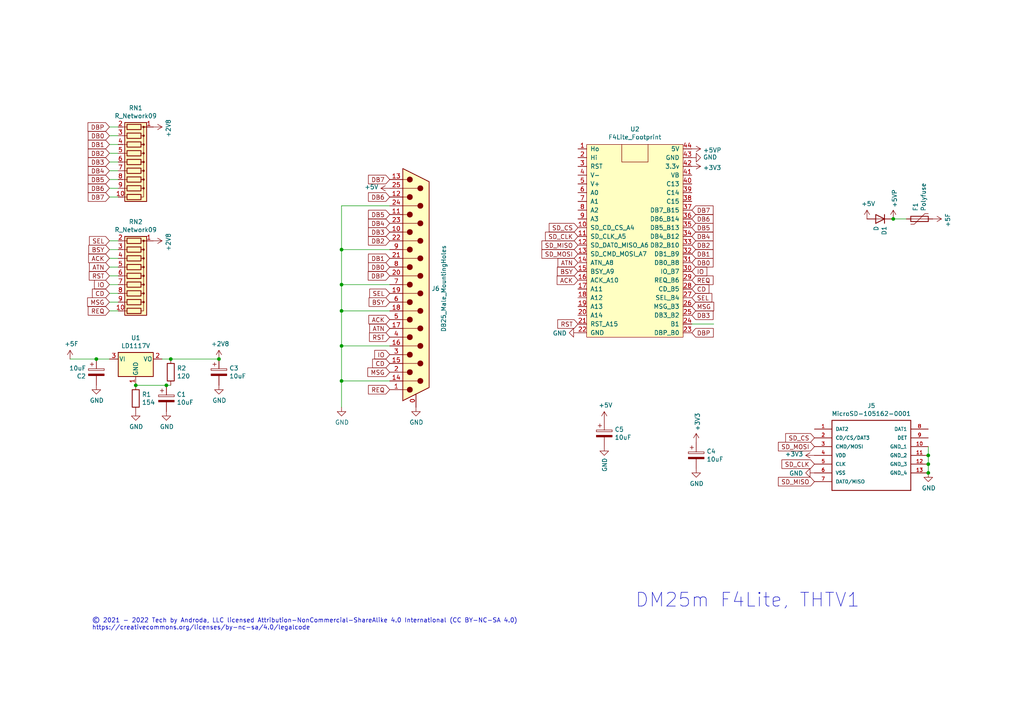
<source format=kicad_sch>
(kicad_sch (version 20211123) (generator eeschema)
  (paper "A4")
  (lib_symbols
    (symbol "Connector:DB25_Male_MountingHoles" (pin_names (offset 1.016) hide)
      (property "Reference" "J" (at 0 36.83 0))
      (property "Value" "DB25_Male_MountingHoles" (at 0 34.925 0))
      (symbol "DB25_Male_MountingHoles_0_1"
        (circle (center -1.778 -30.48) (radius 0.762) (fill (type outline)))
        (circle (center -1.778 -25.4) (radius 0.762) (fill (type outline)))
        (circle (center -1.778 -20.32) (radius 0.762) (fill (type outline)))
        (circle (center -1.778 -15.24) (radius 0.762) (fill (type outline)))
        (circle (center -1.778 -10.16) (radius 0.762) (fill (type outline)))
        (circle (center -1.778 -5.08) (radius 0.762) (fill (type outline)))
        (circle (center -1.778 0) (radius 0.762) (fill (type outline)))
        (circle (center -1.778 5.08) (radius 0.762) (fill (type outline)))
        (circle (center -1.778 10.16) (radius 0.762) (fill (type outline)))
        (circle (center -1.778 15.24) (radius 0.762) (fill (type outline)))
        (circle (center -1.778 20.32) (radius 0.762) (fill (type outline)))
        (circle (center -1.778 25.4) (radius 0.762) (fill (type outline)))
        (circle (center -1.778 30.48) (radius 0.762) (fill (type outline)))
        (polyline (pts (xy -3.81 -30.48) (xy -2.54 -30.48)))
        (polyline (pts (xy -3.81 -27.94) (xy 0.508 -27.94)))
        (polyline (pts (xy -3.81 -25.4) (xy -2.54 -25.4)))
        (polyline (pts (xy -3.81 -22.86) (xy 0.508 -22.86)))
        (polyline (pts (xy -3.81 -20.32) (xy -2.54 -20.32)))
        (polyline (pts (xy -3.81 -17.78) (xy 0.508 -17.78)))
        (polyline (pts (xy -3.81 -15.24) (xy -2.54 -15.24)))
        (polyline (pts (xy -3.81 -12.7) (xy 0.508 -12.7)))
        (polyline (pts (xy -3.81 -10.16) (xy -2.54 -10.16)))
        (polyline (pts (xy -3.81 -7.62) (xy 0.508 -7.62)))
        (polyline (pts (xy -3.81 -5.08) (xy -2.54 -5.08)))
        (polyline (pts (xy -3.81 -2.54) (xy 0.508 -2.54)))
        (polyline (pts (xy -3.81 0) (xy -2.54 0)))
        (polyline (pts (xy -3.81 2.54) (xy 0.508 2.54)))
        (polyline (pts (xy -3.81 5.08) (xy -2.54 5.08)))
        (polyline (pts (xy -3.81 7.62) (xy 0.508 7.62)))
        (polyline (pts (xy -3.81 10.16) (xy -2.54 10.16)))
        (polyline (pts (xy -3.81 12.7) (xy 0.508 12.7)))
        (polyline (pts (xy -3.81 15.24) (xy -2.54 15.24)))
        (polyline (pts (xy -3.81 17.78) (xy 0.508 17.78)))
        (polyline (pts (xy -3.81 20.32) (xy -2.54 20.32)))
        (polyline (pts (xy -3.81 22.86) (xy 0.508 22.86)))
        (polyline (pts (xy -3.81 25.4) (xy -2.54 25.4)))
        (polyline (pts (xy -3.81 27.94) (xy 0.508 27.94)))
        (polyline (pts (xy -3.81 30.48) (xy -2.54 30.48)))
        (polyline (pts (xy -3.81 -33.655) (xy 3.81 -29.845) (xy 3.81 29.845) (xy -3.81 33.655) (xy -3.81 -33.655)) (stroke (width 0.254)) (fill (type background)))
        (circle (center 1.27 -27.94) (radius 0.762) (fill (type outline)))
        (circle (center 1.27 -22.86) (radius 0.762) (fill (type outline)))
        (circle (center 1.27 -17.78) (radius 0.762) (fill (type outline)))
        (circle (center 1.27 -12.7) (radius 0.762) (fill (type outline)))
        (circle (center 1.27 -7.62) (radius 0.762) (fill (type outline)))
        (circle (center 1.27 -2.54) (radius 0.762) (fill (type outline)))
        (circle (center 1.27 2.54) (radius 0.762) (fill (type outline)))
        (circle (center 1.27 7.62) (radius 0.762) (fill (type outline)))
        (circle (center 1.27 12.7) (radius 0.762) (fill (type outline)))
        (circle (center 1.27 17.78) (radius 0.762) (fill (type outline)))
        (circle (center 1.27 22.86) (radius 0.762) (fill (type outline)))
        (circle (center 1.27 27.94) (radius 0.762) (fill (type outline)))
      )
      (symbol "DB25_Male_MountingHoles_1_1"
        (pin passive line (at 0 -35.56 90) (length 3.81) (name "PAD") (number "0"))
        (pin passive line (at -7.62 -30.48 0) (length 3.81) (name "1") (number "1"))
        (pin passive line (at -7.62 15.24 0) (length 3.81) (name "10") (number "10"))
        (pin passive line (at -7.62 20.32 0) (length 3.81) (name "11") (number "11"))
        (pin passive line (at -7.62 25.4 0) (length 3.81) (name "12") (number "12"))
        (pin passive line (at -7.62 30.48 0) (length 3.81) (name "13") (number "13"))
        (pin passive line (at -7.62 -27.94 0) (length 3.81) (name "P14") (number "14"))
        (pin passive line (at -7.62 -22.86 0) (length 3.81) (name "P15") (number "15"))
        (pin passive line (at -7.62 -17.78 0) (length 3.81) (name "P16") (number "16"))
        (pin passive line (at -7.62 -12.7 0) (length 3.81) (name "P17") (number "17"))
        (pin passive line (at -7.62 -7.62 0) (length 3.81) (name "P18") (number "18"))
        (pin passive line (at -7.62 -2.54 0) (length 3.81) (name "P19") (number "19"))
        (pin passive line (at -7.62 -25.4 0) (length 3.81) (name "2") (number "2"))
        (pin passive line (at -7.62 2.54 0) (length 3.81) (name "P20") (number "20"))
        (pin passive line (at -7.62 7.62 0) (length 3.81) (name "P21") (number "21"))
        (pin passive line (at -7.62 12.7 0) (length 3.81) (name "P22") (number "22"))
        (pin passive line (at -7.62 17.78 0) (length 3.81) (name "P23") (number "23"))
        (pin passive line (at -7.62 22.86 0) (length 3.81) (name "P24") (number "24"))
        (pin passive line (at -7.62 27.94 0) (length 3.81) (name "P25") (number "25"))
        (pin passive line (at -7.62 -20.32 0) (length 3.81) (name "3") (number "3"))
        (pin passive line (at -7.62 -15.24 0) (length 3.81) (name "4") (number "4"))
        (pin passive line (at -7.62 -10.16 0) (length 3.81) (name "5") (number "5"))
        (pin passive line (at -7.62 -5.08 0) (length 3.81) (name "6") (number "6"))
        (pin passive line (at -7.62 0 0) (length 3.81) (name "7") (number "7"))
        (pin passive line (at -7.62 5.08 0) (length 3.81) (name "8") (number "8"))
        (pin passive line (at -7.62 10.16 0) (length 3.81) (name "9") (number "9"))
      )
    )
    (symbol "Device:CP" (pin_numbers hide) (pin_names (offset 0.254))
      (property "Reference" "C" (at 0.635 2.54 0))
      (property "Value" "Device_CP" (at 0.635 -2.54 0))
      (symbol "CP_0_1"
        (rectangle (start -2.286 0.508) (end 2.286 1.016))
        (polyline (pts (xy -1.778 2.286) (xy -0.762 2.286)))
        (polyline (pts (xy -1.27 2.794) (xy -1.27 1.778)))
        (rectangle (start 2.286 -0.508) (end -2.286 -1.016) (fill (type outline)))
      )
      (symbol "CP_1_1"
        (pin passive line (at 0 3.81 270) (length 2.794) (name "~") (number "1"))
        (pin passive line (at 0 -3.81 90) (length 2.794) (name "~") (number "2"))
      )
    )
    (symbol "Device:D" (pin_numbers hide) (pin_names (offset 1.016) hide)
      (property "Reference" "D" (at 0 2.54 0))
      (property "Value" "D" (at 0 -2.54 0))
      (symbol "D_0_1"
        (polyline (pts (xy -1.27 1.27) (xy -1.27 -1.27)) (stroke (width 0.254)))
        (polyline (pts (xy 1.27 0) (xy -1.27 0)))
        (polyline (pts (xy 1.27 1.27) (xy 1.27 -1.27) (xy -1.27 0) (xy 1.27 1.27)) (stroke (width 0.254)))
      )
      (symbol "D_1_1"
        (pin passive line (at -3.81 0 0) (length 2.54) (name "K") (number "1"))
        (pin passive line (at 3.81 0 180) (length 2.54) (name "A") (number "2"))
      )
    )
    (symbol "Device:Polyfuse" (pin_numbers hide) (pin_names (offset 0))
      (property "Reference" "F" (at -2.54 0 90))
      (property "Value" "Polyfuse" (at 2.54 0 90))
      (symbol "Polyfuse_0_1"
        (rectangle (start -0.762 2.54) (end 0.762 -2.54) (stroke (width 0.254)))
        (polyline (pts (xy 0 2.54) (xy 0 -2.54)))
        (polyline (pts (xy -1.524 2.54) (xy -1.524 1.524) (xy 1.524 -1.524) (xy 1.524 -2.54)))
      )
      (symbol "Polyfuse_1_1"
        (pin passive line (at 0 3.81 270) (length 1.27) (name "~") (number "1"))
        (pin passive line (at 0 -3.81 90) (length 1.27) (name "~") (number "2"))
      )
    )
    (symbol "Device:R" (pin_numbers hide) (pin_names (offset 0))
      (property "Reference" "R" (at 2.032 0 90))
      (property "Value" "R" (at 0 0 90))
      (symbol "R_0_1"
        (rectangle (start -1.016 -2.54) (end 1.016 2.54) (stroke (width 0.254)))
      )
      (symbol "R_1_1"
        (pin passive line (at 0 3.81 270) (length 1.27) (name "~") (number "1"))
        (pin passive line (at 0 -3.81 90) (length 1.27) (name "~") (number "2"))
      )
    )
    (symbol "Device:R_Network09" (pin_names (offset 0) hide)
      (property "Reference" "RN" (at -12.7 0 90))
      (property "Value" "R_Network09" (at 12.7 0 90))
      (symbol "R_Network09_0_1"
        (rectangle (start -11.43 -3.175) (end 11.43 3.175) (stroke (width 0.254)) (fill (type background)))
        (rectangle (start -10.922 1.524) (end -9.398 -2.54) (stroke (width 0.254)))
        (circle (center -10.16 2.286) (radius 0.254) (fill (type outline)))
        (rectangle (start -8.382 1.524) (end -6.858 -2.54) (stroke (width 0.254)))
        (circle (center -7.62 2.286) (radius 0.254) (fill (type outline)))
        (rectangle (start -5.842 1.524) (end -4.318 -2.54) (stroke (width 0.254)))
        (circle (center -5.08 2.286) (radius 0.254) (fill (type outline)))
        (rectangle (start -3.302 1.524) (end -1.778 -2.54) (stroke (width 0.254)))
        (circle (center -2.54 2.286) (radius 0.254) (fill (type outline)))
        (rectangle (start -0.762 1.524) (end 0.762 -2.54) (stroke (width 0.254)))
        (polyline (pts (xy -10.16 -2.54) (xy -10.16 -3.81)))
        (polyline (pts (xy -7.62 -2.54) (xy -7.62 -3.81)))
        (polyline (pts (xy -5.08 -2.54) (xy -5.08 -3.81)))
        (polyline (pts (xy -2.54 -2.54) (xy -2.54 -3.81)))
        (polyline (pts (xy 0 -2.54) (xy 0 -3.81)))
        (polyline (pts (xy 2.54 -2.54) (xy 2.54 -3.81)))
        (polyline (pts (xy 5.08 -2.54) (xy 5.08 -3.81)))
        (polyline (pts (xy 7.62 -2.54) (xy 7.62 -3.81)))
        (polyline (pts (xy 10.16 -2.54) (xy 10.16 -3.81)))
        (polyline (pts (xy -10.16 1.524) (xy -10.16 2.286) (xy -7.62 2.286) (xy -7.62 1.524)))
        (polyline (pts (xy -7.62 1.524) (xy -7.62 2.286) (xy -5.08 2.286) (xy -5.08 1.524)))
        (polyline (pts (xy -5.08 1.524) (xy -5.08 2.286) (xy -2.54 2.286) (xy -2.54 1.524)))
        (polyline (pts (xy -2.54 1.524) (xy -2.54 2.286) (xy 0 2.286) (xy 0 1.524)))
        (polyline (pts (xy 0 1.524) (xy 0 2.286) (xy 2.54 2.286) (xy 2.54 1.524)))
        (polyline (pts (xy 2.54 1.524) (xy 2.54 2.286) (xy 5.08 2.286) (xy 5.08 1.524)))
        (polyline (pts (xy 5.08 1.524) (xy 5.08 2.286) (xy 7.62 2.286) (xy 7.62 1.524)))
        (polyline (pts (xy 7.62 1.524) (xy 7.62 2.286) (xy 10.16 2.286) (xy 10.16 1.524)))
        (circle (center 0 2.286) (radius 0.254) (fill (type outline)))
        (rectangle (start 1.778 1.524) (end 3.302 -2.54) (stroke (width 0.254)))
        (circle (center 2.54 2.286) (radius 0.254) (fill (type outline)))
        (rectangle (start 4.318 1.524) (end 5.842 -2.54) (stroke (width 0.254)))
        (circle (center 5.08 2.286) (radius 0.254) (fill (type outline)))
        (rectangle (start 6.858 1.524) (end 8.382 -2.54) (stroke (width 0.254)))
        (circle (center 7.62 2.286) (radius 0.254) (fill (type outline)))
        (rectangle (start 9.398 1.524) (end 10.922 -2.54) (stroke (width 0.254)))
      )
      (symbol "R_Network09_1_1"
        (pin passive line (at -10.16 5.08 270) (length 2.54) (name "common") (number "1"))
        (pin passive line (at 10.16 -5.08 90) (length 1.27) (name "R9") (number "10"))
        (pin passive line (at -10.16 -5.08 90) (length 1.27) (name "R1") (number "2"))
        (pin passive line (at -7.62 -5.08 90) (length 1.27) (name "R2") (number "3"))
        (pin passive line (at -5.08 -5.08 90) (length 1.27) (name "R3") (number "4"))
        (pin passive line (at -2.54 -5.08 90) (length 1.27) (name "R4") (number "5"))
        (pin passive line (at 0 -5.08 90) (length 1.27) (name "R5") (number "6"))
        (pin passive line (at 2.54 -5.08 90) (length 1.27) (name "R6") (number "7"))
        (pin passive line (at 5.08 -5.08 90) (length 1.27) (name "R7") (number "8"))
        (pin passive line (at 7.62 -5.08 90) (length 1.27) (name "R8") (number "9"))
      )
    )
    (symbol "Regulator_Linear:LD1117VCD-2.85" (pin_names (offset 0.254))
      (property "Reference" "U" (at -3.81 3.175 0))
      (property "Value" "LD1117VCD-2.85" (at 0 3.175 0))
      (symbol "LD1117VCD-2.85_0_1"
        (rectangle (start -5.08 -5.08) (end 5.08 1.905) (stroke (width 0.254)) (fill (type background)))
      )
      (symbol "LD1117VCD-2.85_1_1"
        (pin power_in line (at 0 -7.62 90) (length 2.54) (name "GND") (number "1"))
        (pin power_out line (at 7.62 0 180) (length 2.54) (name "VO") (number "2"))
        (pin power_in line (at -7.62 0 0) (length 2.54) (name "VI") (number "3"))
      )
    )
    (symbol "custom_symbols:+5V_TPWR" (power) (pin_names (offset 0))
      (property "Value" "custom_symbols_+5V_TPWR" (at 0 3.556 0))
      (symbol "+5V_TPWR_0_1"
        (polyline (pts (xy -0.762 1.27) (xy 0 2.54)))
        (polyline (pts (xy 0 0) (xy 0 2.54)))
        (polyline (pts (xy 0 2.54) (xy 0.762 1.27)))
      )
      (symbol "+5V_TPWR_1_1"
        (pin power_in line (at 0 0 90) (length 0) hide (name "+5V") (number "1"))
      )
    )
    (symbol "custom_symbols:F4Lite_Footprint" (pin_names (offset 1.016))
      (property "Reference" "U" (at 0 0 0))
      (property "Value" "custom_symbols_F4Lite_Footprint" (at 0 2.54 0))
      (symbol "F4Lite_Footprint_0_1"
        (rectangle (start -13.97 -3.81) (end 13.97 -59.69) (fill (type background)))
        (polyline (pts (xy -3.81 -3.81) (xy -3.81 -8.89) (xy 3.81 -8.89) (xy 3.81 -3.81)))
      )
      (symbol "F4Lite_Footprint_1_1"
        (pin input line (at -16.51 -5.08 0) (length 2.54) (name "Ho") (number "1"))
        (pin input line (at -16.51 -27.94 0) (length 2.54) (name "SD_CD_CS_A4") (number "10"))
        (pin input line (at -16.51 -30.48 0) (length 2.54) (name "SD_CLK_A5") (number "11"))
        (pin input line (at -16.51 -33.02 0) (length 2.54) (name "SD_DAT0_MISO_A6") (number "12"))
        (pin input line (at -16.51 -35.56 0) (length 2.54) (name "SD_CMD_MOSI_A7") (number "13"))
        (pin input line (at -16.51 -38.1 0) (length 2.54) (name "ATN_A8") (number "14"))
        (pin input line (at -16.51 -40.64 0) (length 2.54) (name "BSY_A9") (number "15"))
        (pin input line (at -16.51 -43.18 0) (length 2.54) (name "ACK_A10") (number "16"))
        (pin input line (at -16.51 -45.72 0) (length 2.54) (name "A11") (number "17"))
        (pin input line (at -16.51 -48.26 0) (length 2.54) (name "A12") (number "18"))
        (pin input line (at -16.51 -50.8 0) (length 2.54) (name "A13") (number "19"))
        (pin input line (at -16.51 -7.62 0) (length 2.54) (name "Hi") (number "2"))
        (pin input line (at -16.51 -53.34 0) (length 2.54) (name "A14") (number "20"))
        (pin input line (at -16.51 -55.88 0) (length 2.54) (name "RST_A15") (number "21"))
        (pin input line (at -16.51 -58.42 0) (length 2.54) (name "GND") (number "22"))
        (pin input line (at 16.51 -58.42 180) (length 2.54) (name "DBP_B0") (number "23"))
        (pin input line (at 16.51 -55.88 180) (length 2.54) (name "B1") (number "24"))
        (pin input line (at 16.51 -53.34 180) (length 2.54) (name "DB3_B2") (number "25"))
        (pin input line (at 16.51 -50.8 180) (length 2.54) (name "MSG_B3") (number "26"))
        (pin input line (at 16.51 -48.26 180) (length 2.54) (name "SEL_B4") (number "27"))
        (pin input line (at 16.51 -45.72 180) (length 2.54) (name "CD_B5") (number "28"))
        (pin input line (at 16.51 -43.18 180) (length 2.54) (name "REQ_B6") (number "29"))
        (pin input line (at -16.51 -10.16 0) (length 2.54) (name "RST") (number "3"))
        (pin input line (at 16.51 -40.64 180) (length 2.54) (name "IO_B7") (number "30"))
        (pin input line (at 16.51 -38.1 180) (length 2.54) (name "DB0_B8") (number "31"))
        (pin input line (at 16.51 -35.56 180) (length 2.54) (name "DB1_B9") (number "32"))
        (pin input line (at 16.51 -33.02 180) (length 2.54) (name "DB2_B10") (number "33"))
        (pin input line (at 16.51 -30.48 180) (length 2.54) (name "DB4_B12") (number "34"))
        (pin input line (at 16.51 -27.94 180) (length 2.54) (name "DB5_B13") (number "35"))
        (pin input line (at 16.51 -25.4 180) (length 2.54) (name "DB6_B14") (number "36"))
        (pin input line (at 16.51 -22.86 180) (length 2.54) (name "DB7_B15") (number "37"))
        (pin input line (at 16.51 -20.32 180) (length 2.54) (name "C15") (number "38"))
        (pin input line (at 16.51 -17.78 180) (length 2.54) (name "C14") (number "39"))
        (pin input line (at -16.51 -12.7 0) (length 2.54) (name "V-") (number "4"))
        (pin input line (at 16.51 -15.24 180) (length 2.54) (name "C13") (number "40"))
        (pin input line (at 16.51 -12.7 180) (length 2.54) (name "VB") (number "41"))
        (pin input line (at 16.51 -10.16 180) (length 2.54) (name "3.3v") (number "42"))
        (pin input line (at 16.51 -7.62 180) (length 2.54) (name "GND") (number "43"))
        (pin input line (at 16.51 -5.08 180) (length 2.54) (name "5V") (number "44"))
        (pin input line (at -16.51 -15.24 0) (length 2.54) (name "V+") (number "5"))
        (pin input line (at -16.51 -17.78 0) (length 2.54) (name "A0") (number "6"))
        (pin input line (at -16.51 -20.32 0) (length 2.54) (name "A1") (number "7"))
        (pin input line (at -16.51 -22.86 0) (length 2.54) (name "A2") (number "8"))
        (pin input line (at -16.51 -25.4 0) (length 2.54) (name "A3") (number "9"))
      )
    )
    (symbol "custom_symbols:MicroSD-105162-0001" (pin_names (offset 1.016))
      (property "Reference" "J" (at 29.21 7.62 0))
      (property "Value" "custom_symbols_MicroSD-105162-0001" (at 29.21 5.08 0))
      (symbol "MicroSD-105162-0001_0_0"
        (polyline (pts (xy 5.08 2.54) (xy 5.08 -17.78)) (stroke (width 0.254)))
        (polyline (pts (xy 5.08 2.54) (xy 27.94 2.54)) (stroke (width 0.254)))
        (polyline (pts (xy 27.94 -17.78) (xy 5.08 -17.78)) (stroke (width 0.254)))
        (polyline (pts (xy 27.94 -17.78) (xy 27.94 2.54)) (stroke (width 0.254)))
        (pin bidirectional line (at 0 0 0) (length 5.08) (name "DAT2") (number "1"))
        (pin bidirectional line (at 33.02 -5.08 180) (length 5.08) (name "GND_1") (number "10"))
        (pin bidirectional line (at 33.02 -7.62 180) (length 5.08) (name "GND_2") (number "11"))
        (pin bidirectional line (at 33.02 -10.16 180) (length 5.08) (name "GND_3") (number "12"))
        (pin bidirectional line (at 33.02 -12.7 180) (length 5.08) (name "GND_4") (number "13"))
        (pin bidirectional line (at 0 -2.54 0) (length 5.08) (name "CD/CS/DAT3") (number "2"))
        (pin bidirectional line (at 0 -5.08 0) (length 5.08) (name "CMD/MOSI") (number "3"))
        (pin bidirectional line (at 0 -7.62 0) (length 5.08) (name "VDD") (number "4"))
        (pin bidirectional line (at 0 -10.16 0) (length 5.08) (name "CLK") (number "5"))
        (pin bidirectional line (at 0 -12.7 0) (length 5.08) (name "VSS") (number "6"))
        (pin bidirectional line (at 0 -15.24 0) (length 5.08) (name "DAT0/MISO") (number "7"))
        (pin bidirectional line (at 33.02 0 180) (length 5.08) (name "DAT1") (number "8"))
        (pin bidirectional line (at 33.02 -2.54 180) (length 5.08) (name "DET") (number "9"))
      )
    )
    (symbol "power:+2V8" (power) (pin_names (offset 0))
      (property "Value" "+2V8" (at 0 3.556 0))
      (symbol "+2V8_0_1"
        (polyline (pts (xy -0.762 1.27) (xy 0 2.54)))
        (polyline (pts (xy 0 0) (xy 0 2.54)))
        (polyline (pts (xy 0 2.54) (xy 0.762 1.27)))
      )
      (symbol "+2V8_1_1"
        (pin power_in line (at 0 0 90) (length 0) hide (name "+2V8") (number "1"))
      )
    )
    (symbol "power:+3V3" (power) (pin_names (offset 0))
      (property "Value" "+3V3" (at 0 3.556 0))
      (symbol "+3V3_0_1"
        (polyline (pts (xy -0.762 1.27) (xy 0 2.54)))
        (polyline (pts (xy 0 0) (xy 0 2.54)))
        (polyline (pts (xy 0 2.54) (xy 0.762 1.27)))
      )
      (symbol "+3V3_1_1"
        (pin power_in line (at 0 0 90) (length 0) hide (name "+3V3") (number "1"))
      )
    )
    (symbol "power:+5F" (power) (pin_names (offset 0))
      (property "Value" "+5F" (at 0 3.556 0))
      (symbol "+5F_0_1"
        (polyline (pts (xy -0.762 1.27) (xy 0 2.54)))
        (polyline (pts (xy 0 0) (xy 0 2.54)))
        (polyline (pts (xy 0 2.54) (xy 0.762 1.27)))
      )
      (symbol "+5F_1_1"
        (pin power_in line (at 0 0 90) (length 0) hide (name "+5F") (number "1"))
      )
    )
    (symbol "power:+5VP" (power) (pin_names (offset 0))
      (property "Value" "+5VP" (at 0 3.556 0))
      (symbol "+5VP_0_1"
        (polyline (pts (xy -0.762 1.27) (xy 0 2.54)))
        (polyline (pts (xy 0 0) (xy 0 2.54)))
        (polyline (pts (xy 0 2.54) (xy 0.762 1.27)))
      )
      (symbol "+5VP_1_1"
        (pin power_in line (at 0 0 90) (length 0) hide (name "+5VP") (number "1"))
      )
    )
    (symbol "power:GND" (power) (pin_names (offset 0))
      (property "Value" "GND" (at 0 -3.81 0))
      (symbol "GND_0_1"
        (polyline (pts (xy 0 0) (xy 0 -1.27) (xy 1.27 -1.27) (xy 0 -2.54) (xy -1.27 -1.27) (xy 0 -1.27)))
      )
      (symbol "GND_1_1"
        (pin power_in line (at 0 0 270) (length 0) hide (name "GND") (number "1"))
      )
    )
  )
  (junction (at 269.24 137.16))
  (junction (at 99.06 100.33))
  (junction (at 63.5 104.14))
  (junction (at 269.24 132.08))
  (junction (at 269.24 134.62))
  (junction (at 49.53 104.14))
  (junction (at 99.06 72.39))
  (junction (at 99.06 82.55))
  (junction (at 39.37 111.76))
  (junction (at 27.94 104.14))
  (junction (at 259.08 63.5))
  (junction (at 99.06 110.49))
  (junction (at 48.26 111.76))
  (junction (at 99.06 90.17))
  (wire (pts (xy 34.29 41.91) (xy 31.75 41.91)))
  (wire (pts (xy 34.29 44.45) (xy 31.75 44.45)))
  (wire (pts (xy 99.06 110.49) (xy 99.06 118.11)))
  (wire (pts (xy 46.99 104.14) (xy 49.53 104.14)))
  (wire (pts (xy 34.29 36.83) (xy 31.75 36.83)))
  (wire (pts (xy 34.29 57.15) (xy 31.75 57.15)))
  (wire (pts (xy 34.29 39.37) (xy 31.75 39.37)))
  (wire (pts (xy 31.75 87.63) (xy 34.29 87.63)))
  (wire (pts (xy 34.29 52.07) (xy 31.75 52.07)))
  (wire (pts (xy 200.66 93.98) (xy 207.01 93.98)))
  (wire (pts (xy 99.06 100.33) (xy 99.06 110.49)))
  (wire (pts (xy 113.03 110.49) (xy 99.06 110.49)))
  (wire (pts (xy 269.24 132.08) (xy 269.24 134.62)))
  (wire (pts (xy 34.29 54.61) (xy 31.75 54.61)))
  (wire (pts (xy 99.06 59.69) (xy 99.06 72.39)))
  (wire (pts (xy 27.94 104.14) (xy 20.32 104.14)))
  (wire (pts (xy 31.75 90.17) (xy 34.29 90.17)))
  (wire (pts (xy 113.03 72.39) (xy 99.06 72.39)))
  (wire (pts (xy 269.24 129.54) (xy 269.24 132.08)))
  (wire (pts (xy 31.75 104.14) (xy 27.94 104.14)))
  (wire (pts (xy 49.53 104.14) (xy 63.5 104.14)))
  (wire (pts (xy 269.24 134.62) (xy 269.24 137.16)))
  (wire (pts (xy 113.03 100.33) (xy 99.06 100.33)))
  (wire (pts (xy 34.29 46.99) (xy 31.75 46.99)))
  (wire (pts (xy 49.53 111.76) (xy 48.26 111.76)))
  (wire (pts (xy 31.75 85.09) (xy 34.29 85.09)))
  (wire (pts (xy 31.75 82.55) (xy 34.29 82.55)))
  (wire (pts (xy 99.06 90.17) (xy 99.06 100.33)))
  (wire (pts (xy 31.75 77.47) (xy 34.29 77.47)))
  (wire (pts (xy 259.08 63.5) (xy 262.89 63.5)))
  (wire (pts (xy 113.03 90.17) (xy 99.06 90.17)))
  (wire (pts (xy 31.75 72.39) (xy 34.29 72.39)))
  (wire (pts (xy 113.03 59.69) (xy 99.06 59.69)))
  (wire (pts (xy 31.75 69.85) (xy 34.29 69.85)))
  (wire (pts (xy 31.75 74.93) (xy 34.29 74.93)))
  (wire (pts (xy 31.75 80.01) (xy 34.29 80.01)))
  (wire (pts (xy 113.03 82.55) (xy 99.06 82.55)))
  (wire (pts (xy 48.26 111.76) (xy 39.37 111.76)))
  (wire (pts (xy 99.06 72.39) (xy 99.06 82.55)))
  (wire (pts (xy 99.06 82.55) (xy 99.06 90.17)))
  (wire (pts (xy 34.29 49.53) (xy 31.75 49.53)))
  (text "© 2021 - 2022 Tech by Androda, LLC licensed Attribution-NonCommercial-ShareAlike 4.0 International (CC BY-NC-SA 4.0)\nhttps://creativecommons.org/licenses/by-nc-sa/4.0/legalcode" (at 26.67 182.88 0) (effects (font (size 1.27 1.27)) (justify left bottom)))
  (text "DM25m F4Lite, THTV1" (at 184.15 176.53 0) (effects (font (size 4 4)) (justify left bottom)))
  (global_label "DB7" (shape input) (at 113.03 52.07 180) (property "Intersheet References" "${INTERSHEET_REFS}" (effects hide)))
  (global_label "SD_CS" (shape input) (at 167.64 66.04 180) (property "Intersheet References" "${INTERSHEET_REFS}" (effects hide)))
  (global_label "DB3" (shape input) (at 200.66 91.44 0) (property "Intersheet References" "${INTERSHEET_REFS}" (effects hide)))
  (global_label "SD_CLK" (shape input) (at 236.22 134.62 180) (property "Intersheet References" "${INTERSHEET_REFS}" (effects hide)))
  (global_label "ACK" (shape input) (at 167.64 81.28 180) (property "Intersheet References" "${INTERSHEET_REFS}" (effects hide)))
  (global_label "DB0" (shape input) (at 200.66 76.2 0) (property "Intersheet References" "${INTERSHEET_REFS}" (effects hide)))
  (global_label "DB4" (shape input) (at 31.75 49.53 180) (property "Intersheet References" "${INTERSHEET_REFS}" (effects hide)))
  (global_label "CD" (shape input) (at 113.03 105.41 180) (property "Intersheet References" "${INTERSHEET_REFS}" (effects hide)))
  (global_label "DB3" (shape input) (at 31.75 46.99 180) (property "Intersheet References" "${INTERSHEET_REFS}" (effects hide)))
  (global_label "SEL" (shape input) (at 200.66 86.36 0) (property "Intersheet References" "${INTERSHEET_REFS}" (effects hide)))
  (global_label "DB4" (shape input) (at 200.66 68.58 0) (property "Intersheet References" "${INTERSHEET_REFS}" (effects hide)))
  (global_label "SEL" (shape input) (at 31.75 69.85 180) (property "Intersheet References" "${INTERSHEET_REFS}" (effects hide)))
  (global_label "DBP" (shape input) (at 113.03 80.01 180) (property "Intersheet References" "${INTERSHEET_REFS}" (effects hide)))
  (global_label "IO" (shape input) (at 200.66 78.74 0) (property "Intersheet References" "${INTERSHEET_REFS}" (effects hide)))
  (global_label "SD_MOSI" (shape input) (at 167.64 73.66 180) (property "Intersheet References" "${INTERSHEET_REFS}" (effects hide)))
  (global_label "REQ" (shape input) (at 31.75 90.17 180) (property "Intersheet References" "${INTERSHEET_REFS}" (effects hide)))
  (global_label "DB2" (shape input) (at 113.03 69.85 180) (property "Intersheet References" "${INTERSHEET_REFS}" (effects hide)))
  (global_label "SD_CLK" (shape input) (at 167.64 68.58 180) (property "Intersheet References" "${INTERSHEET_REFS}" (effects hide)))
  (global_label "ATN" (shape input) (at 113.03 95.25 180) (property "Intersheet References" "${INTERSHEET_REFS}" (effects hide)))
  (global_label "BSY" (shape input) (at 167.64 78.74 180) (property "Intersheet References" "${INTERSHEET_REFS}" (effects hide)))
  (global_label "DB5" (shape input) (at 113.03 62.23 180) (property "Intersheet References" "${INTERSHEET_REFS}" (effects hide)))
  (global_label "MSG" (shape input) (at 113.03 107.95 180) (property "Intersheet References" "${INTERSHEET_REFS}" (effects hide)))
  (global_label "SEL" (shape input) (at 113.03 85.09 180) (property "Intersheet References" "${INTERSHEET_REFS}" (effects hide)))
  (global_label "DB1" (shape input) (at 200.66 73.66 0) (property "Intersheet References" "${INTERSHEET_REFS}" (effects hide)))
  (global_label "BSY" (shape input) (at 113.03 87.63 180) (property "Intersheet References" "${INTERSHEET_REFS}" (effects hide)))
  (global_label "DB6" (shape input) (at 31.75 54.61 180) (property "Intersheet References" "${INTERSHEET_REFS}" (effects hide)))
  (global_label "DB1" (shape input) (at 31.75 41.91 180) (property "Intersheet References" "${INTERSHEET_REFS}" (effects hide)))
  (global_label "SD_MISO" (shape input) (at 236.22 139.7 180) (property "Intersheet References" "${INTERSHEET_REFS}" (effects hide)))
  (global_label "DB5" (shape input) (at 31.75 52.07 180) (property "Intersheet References" "${INTERSHEET_REFS}" (effects hide)))
  (global_label "DB2" (shape input) (at 200.66 71.12 0) (property "Intersheet References" "${INTERSHEET_REFS}" (effects hide)))
  (global_label "IO" (shape input) (at 31.75 82.55 180) (property "Intersheet References" "${INTERSHEET_REFS}" (effects hide)))
  (global_label "DB3" (shape input) (at 113.03 67.31 180) (property "Intersheet References" "${INTERSHEET_REFS}" (effects hide)))
  (global_label "REQ" (shape input) (at 200.66 81.28 0) (property "Intersheet References" "${INTERSHEET_REFS}" (effects hide)))
  (global_label "DB4" (shape input) (at 113.03 64.77 180) (property "Intersheet References" "${INTERSHEET_REFS}" (effects hide)))
  (global_label "DB0" (shape input) (at 31.75 39.37 180) (property "Intersheet References" "${INTERSHEET_REFS}" (effects hide)))
  (global_label "BSY" (shape input) (at 31.75 72.39 180) (property "Intersheet References" "${INTERSHEET_REFS}" (effects hide)))
  (global_label "RST" (shape input) (at 167.64 93.98 180) (property "Intersheet References" "${INTERSHEET_REFS}" (effects hide)))
  (global_label "ACK" (shape input) (at 31.75 74.93 180) (property "Intersheet References" "${INTERSHEET_REFS}" (effects hide)))
  (global_label "SD_CS" (shape input) (at 236.22 127 180) (property "Intersheet References" "${INTERSHEET_REFS}" (effects hide)))
  (global_label "RST" (shape input) (at 113.03 97.79 180) (property "Intersheet References" "${INTERSHEET_REFS}" (effects hide)))
  (global_label "IO" (shape input) (at 113.03 102.87 180) (property "Intersheet References" "${INTERSHEET_REFS}" (effects hide)))
  (global_label "DB2" (shape input) (at 31.75 44.45 180) (property "Intersheet References" "${INTERSHEET_REFS}" (effects hide)))
  (global_label "MSG" (shape input) (at 31.75 87.63 180) (property "Intersheet References" "${INTERSHEET_REFS}" (effects hide)))
  (global_label "REQ" (shape input) (at 113.03 113.03 180) (property "Intersheet References" "${INTERSHEET_REFS}" (effects hide)))
  (global_label "DB5" (shape input) (at 200.66 66.04 0) (property "Intersheet References" "${INTERSHEET_REFS}" (effects hide)))
  (global_label "CD" (shape input) (at 200.66 83.82 0) (property "Intersheet References" "${INTERSHEET_REFS}" (effects hide)))
  (global_label "DB0" (shape input) (at 113.03 77.47 180) (property "Intersheet References" "${INTERSHEET_REFS}" (effects hide)))
  (global_label "DB7" (shape input) (at 200.66 60.96 0) (property "Intersheet References" "${INTERSHEET_REFS}" (effects hide)))
  (global_label "ATN" (shape input) (at 167.64 76.2 180) (property "Intersheet References" "${INTERSHEET_REFS}" (effects hide)))
  (global_label "DBP" (shape input) (at 31.75 36.83 180) (property "Intersheet References" "${INTERSHEET_REFS}" (effects hide)))
  (global_label "DB6" (shape input) (at 200.66 63.5 0) (property "Intersheet References" "${INTERSHEET_REFS}" (effects hide)))
  (global_label "SD_MISO" (shape input) (at 167.64 71.12 180) (property "Intersheet References" "${INTERSHEET_REFS}" (effects hide)))
  (global_label "DB6" (shape input) (at 113.03 57.15 180) (property "Intersheet References" "${INTERSHEET_REFS}" (effects hide)))
  (global_label "SD_MOSI" (shape input) (at 236.22 129.54 180) (property "Intersheet References" "${INTERSHEET_REFS}" (effects hide)))
  (global_label "DB7" (shape input) (at 31.75 57.15 180) (property "Intersheet References" "${INTERSHEET_REFS}" (effects hide)))
  (global_label "MSG" (shape input) (at 200.66 88.9 0) (property "Intersheet References" "${INTERSHEET_REFS}" (effects hide)))
  (global_label "CD" (shape input) (at 31.75 85.09 180) (property "Intersheet References" "${INTERSHEET_REFS}" (effects hide)))
  (global_label "RST" (shape input) (at 31.75 80.01 180) (property "Intersheet References" "${INTERSHEET_REFS}" (effects hide)))
  (global_label "DBP" (shape input) (at 200.66 96.52 0) (property "Intersheet References" "${INTERSHEET_REFS}" (effects hide)))
  (global_label "ATN" (shape input) (at 31.75 77.47 180) (property "Intersheet References" "${INTERSHEET_REFS}" (effects hide)))
  (global_label "ACK" (shape input) (at 113.03 92.71 180) (property "Intersheet References" "${INTERSHEET_REFS}" (effects hide)))
  (global_label "DB1" (shape input) (at 113.03 74.93 180) (property "Intersheet References" "${INTERSHEET_REFS}" (effects hide)))
  (symbol (lib_id "Regulator_Linear:LD1117VCD-2.85") (at 39.37 104.14 0) (unit 1)
    (property "Reference" "U1" (at 39.37 97.9932 0))
    (property "Value" "LD1117V" (at 39.37 100.3046 0))
    (property "Footprint" "Package_TO_SOT_THT:TO-220-3_Horizontal_TabDown" (effects hide))
    (property "Datasheet" "http://www.advanced-monolithic.com/pdf/ds1117.pdf" (effects hide))
  )
  (symbol (lib_id "power:GND") (at 39.37 119.38 0) (unit 1)
    (property "Reference" "#PWR06" (effects hide))
    (property "Value" "GND" (at 39.497 123.7742 0))
  )
  (symbol (lib_id "power:+2V8") (at 63.5 104.14 0) (unit 1)
    (property "Reference" "#PWR08" (effects hide))
    (property "Value" "+2V8" (at 63.881 99.7458 0))
  )
  (symbol (lib_id "Device:CP") (at 63.5 107.95 0) (unit 1)
    (property "Reference" "C3" (at 66.4972 106.7816 0) (effects (justify left)))
    (property "Value" "10uF" (at 66.4972 109.093 0) (effects (justify left)))
    (property "Footprint" "Capacitor_SMD:C_1210_3225Metric_Pad1.42x2.65mm_HandSolder" (effects hide))
  )
  (symbol (lib_id "Device:CP") (at 27.94 107.95 0) (unit 1)
    (property "Reference" "C2" (at 24.9428 109.1184 0) (effects (justify right)))
    (property "Value" "10uF" (at 24.9428 106.807 0) (effects (justify right)))
    (property "Footprint" "Capacitor_SMD:C_1210_3225Metric_Pad1.42x2.65mm_HandSolder" (effects hide))
  )
  (symbol (lib_id "power:GND") (at 27.94 111.76 0) (unit 1)
    (property "Reference" "#PWR03" (effects hide))
    (property "Value" "GND" (at 28.067 116.1542 0))
  )
  (symbol (lib_id "power:GND") (at 63.5 111.76 0) (unit 1)
    (property "Reference" "#PWR07" (effects hide))
    (property "Value" "GND" (at 63.627 116.1542 0))
  )
  (symbol (lib_id "custom_symbols:+5V_TPWR") (at 251.46 63.5 0) (unit 1)
    (property "Reference" "#PWR0103" (effects hide))
    (property "Value" "+5V_TPWR" (at 251.841 59.1058 0))
  )
  (symbol (lib_id "custom_symbols:MicroSD-105162-0001") (at 236.22 124.46 0) (unit 1)
    (property "Reference" "J5" (at 252.73 117.6782 0))
    (property "Value" "MicroSD-105162-0001" (at 252.73 119.9896 0))
    (property "Footprint" "CustomFootprints:microsd_molex_1051620001" (effects hide))
    (property "MANUFACTURER_PART_NUMBER" "105162-0001" (effects hide))
    (property "HEIGHT" "mm" (effects hide))
    (property "MOUSER_PART_NUMBER" "538-105162-0001" (effects hide))
    (property "DESCRIPTION" "Memory Card Connectors 1.45H MICRO SD HEADER WITH D/C PIN" (effects hide))
    (property "MANUFACTURER_NAME" "Molex" (effects hide))
    (property "MOUSER_PRICE-STOCK" "https://www.mouser.co.uk/ProductDetail/Molex/105162-0001?qs=1fNsfHe5VsK8daqlgKxZfQ%3D%3D" (effects hide))
  )
  (symbol (lib_id "power:GND") (at 236.22 137.16 270) (unit 1)
    (property "Reference" "#PWR0109" (effects hide))
    (property "Value" "GND" (at 232.9688 137.287 90) (effects (justify right)))
  )
  (symbol (lib_id "power:GND") (at 269.24 137.16 0) (unit 1)
    (property "Reference" "#PWR0104" (effects hide))
    (property "Value" "GND" (at 269.367 141.5542 0))
  )
  (symbol (lib_id "power:+3V3") (at 236.22 132.08 90) (unit 1)
    (property "Reference" "#PWR0106" (effects hide))
    (property "Value" "+3V3" (at 232.9688 131.699 90) (effects (justify left)))
  )
  (symbol (lib_id "Device:Polyfuse") (at 266.7 63.5 90) (unit 1)
    (property "Reference" "F1" (at 265.5316 61.2648 0) (effects (justify left)))
    (property "Value" "Polyfuse" (at 267.843 61.2648 0) (effects (justify left)))
    (property "Footprint" "CustomFootprints:Fuse_BelFuse_0ZRE0005FF_L8.3mm_W3.8mm" (effects hide))
  )
  (symbol (lib_id "power:+5F") (at 20.32 104.14 0) (unit 1)
    (property "Reference" "#PWR0113" (effects hide))
    (property "Value" "+5F" (at 20.701 99.7458 0))
  )
  (symbol (lib_id "power:+5F") (at 270.51 63.5 270) (unit 1)
    (property "Reference" "#PWR0118" (effects hide))
    (property "Value" "+5F" (at 274.9042 63.881 0))
  )
  (symbol (lib_id "power:+5VP") (at 259.08 63.5 0) (unit 1)
    (property "Reference" "#PWR0119" (effects hide))
    (property "Value" "+5VP" (at 259.461 60.2488 90) (effects (justify left)))
  )
  (symbol (lib_id "Device:R") (at 49.53 107.95 0) (unit 1)
    (property "Reference" "R2" (at 51.308 106.7816 0) (effects (justify left)))
    (property "Value" "120" (at 51.308 109.093 0) (effects (justify left)))
    (property "Footprint" "Resistor_THT:R_Axial_DIN0204_L3.6mm_D1.6mm_P5.08mm_Vertical" (effects hide))
  )
  (symbol (lib_id "Device:R") (at 39.37 115.57 0) (unit 1)
    (property "Reference" "R1" (at 41.148 114.4016 0) (effects (justify left)))
    (property "Value" "154" (at 41.148 116.713 0) (effects (justify left)))
    (property "Footprint" "Resistor_THT:R_Axial_DIN0207_L6.3mm_D2.5mm_P10.16mm_Horizontal" (effects hide))
  )
  (symbol (lib_id "Device:CP") (at 48.26 115.57 0) (unit 1)
    (property "Reference" "C1" (at 51.2572 114.4016 0) (effects (justify left)))
    (property "Value" "10uF" (at 51.2572 116.713 0) (effects (justify left)))
    (property "Footprint" "Capacitor_SMD:C_1210_3225Metric_Pad1.42x2.65mm_HandSolder" (effects hide))
  )
  (symbol (lib_id "power:GND") (at 48.26 119.38 0) (unit 1)
    (property "Reference" "#PWR0102" (effects hide))
    (property "Value" "GND" (at 48.387 123.7742 0))
  )
  (symbol (lib_id "Device:R_Network09") (at 39.37 46.99 270) (unit 1)
    (property "Reference" "RN1" (at 39.37 31.3182 90))
    (property "Value" "R_Network09" (at 39.37 33.6296 90))
    (property "Footprint" "Resistor_THT:R_Array_SIP10" (effects hide))
    (property "Datasheet" "http://www.vishay.com/docs/31509/csc.pdf" (effects hide))
  )
  (symbol (lib_id "Device:R_Network09") (at 39.37 80.01 270) (unit 1)
    (property "Reference" "RN2" (at 39.37 64.3382 90))
    (property "Value" "R_Network09" (at 39.37 66.6496 90))
    (property "Footprint" "Resistor_THT:R_Array_SIP10" (effects hide))
    (property "Datasheet" "http://www.vishay.com/docs/31509/csc.pdf" (effects hide))
  )
  (symbol (lib_id "power:+2V8") (at 44.45 69.85 270) (unit 1)
    (property "Reference" "#PWR0110" (effects hide))
    (property "Value" "+2V8" (at 48.8442 70.231 0))
  )
  (symbol (lib_id "power:+2V8") (at 44.45 36.83 270) (unit 1)
    (property "Reference" "#PWR0111" (effects hide))
    (property "Value" "+2V8" (at 48.8442 37.211 0))
  )
  (symbol (lib_id "Device:D") (at 255.27 63.5 180) (unit 1)
    (property "Reference" "D1" (at 256.4384 65.532 90) (effects (justify left)))
    (property "Value" "D" (at 254.127 65.532 90) (effects (justify left)))
    (property "Footprint" "Diode_THT:D_A-405_P10.16mm_Horizontal" (effects hide))
  )
  (symbol (lib_id "power:+3V3") (at 201.93 128.27 0) (unit 1)
    (property "Reference" "#PWR0107" (effects hide))
    (property "Value" "+3V3" (at 202.311 125.0188 90) (effects (justify left)))
  )
  (symbol (lib_id "power:GND") (at 201.93 135.89 0) (unit 1)
    (property "Reference" "#PWR0112" (effects hide))
    (property "Value" "GND" (at 202.057 140.2842 0))
  )
  (symbol (lib_id "Device:CP") (at 201.93 132.08 0) (unit 1)
    (property "Reference" "C4" (at 204.9272 130.9116 0) (effects (justify left)))
    (property "Value" "10uF" (at 204.9272 133.223 0) (effects (justify left)))
    (property "Footprint" "Capacitor_SMD:C_1210_3225Metric_Pad1.42x2.65mm_HandSolder" (effects hide))
  )
  (symbol (lib_id "custom_symbols:F4Lite_Footprint") (at 184.15 38.1 0) (unit 1)
    (property "Reference" "U2" (at 184.15 37.465 0))
    (property "Value" "F4Lite_Footprint" (at 184.15 39.7764 0))
    (property "Footprint" "CustomFootprints:F4Lite_Footprint" (effects hide))
  )
  (symbol (lib_id "power:+5VP") (at 200.66 43.18 270) (unit 1)
    (property "Reference" "#PWR0105" (effects hide))
    (property "Value" "+5VP" (at 203.9112 43.561 90) (effects (justify left)))
  )
  (symbol (lib_id "power:GND") (at 167.64 96.52 270) (unit 1)
    (property "Reference" "#PWR0114" (effects hide))
    (property "Value" "GND" (at 164.3888 96.647 90) (effects (justify right)))
  )
  (symbol (lib_id "power:+3V3") (at 200.66 48.26 270) (unit 1)
    (property "Reference" "#PWR0115" (effects hide))
    (property "Value" "+3V3" (at 203.9112 48.641 90) (effects (justify left)))
  )
  (symbol (lib_id "power:GND") (at 200.66 45.72 90) (unit 1)
    (property "Reference" "#PWR0116" (effects hide))
    (property "Value" "GND" (at 203.9112 45.593 90) (effects (justify right)))
  )
  (symbol (lib_id "Connector:DB25_Male_MountingHoles") (at 120.65 82.55 0) (unit 1)
    (property "Reference" "J6" (at 126.365 83.693 0))
    (property "Value" "DB25_Male_MountingHoles" (at 128.6764 83.693 90))
    (property "Footprint" "Connector_Dsub:DSUB-25_Male_Horizontal_P2.77x2.84mm_EdgePinOffset7.70mm_Housed_MountingHolesOffset9.12mm" (effects hide))
    (property "Datasheet" " ~" (effects hide))
  )
  (symbol (lib_id "power:GND") (at 120.65 118.11 0) (unit 1)
    (property "Reference" "#PWR0120" (effects hide))
    (property "Value" "GND" (at 120.777 122.5042 0))
  )
  (symbol (lib_id "custom_symbols:+5V_TPWR") (at 113.03 54.61 90) (unit 1)
    (property "Reference" "#PWR0121" (effects hide))
    (property "Value" "+5V_TPWR" (at 109.7788 54.229 90) (effects (justify left)))
  )
  (symbol (lib_id "power:GND") (at 99.06 118.11 0) (unit 1)
    (property "Reference" "#PWR0122" (effects hide))
    (property "Value" "GND" (at 99.187 122.5042 0))
  )
  (symbol (lib_id "power:GND") (at 175.26 129.54 0) (unit 1)
    (property "Reference" "#PWR0123" (effects hide))
    (property "Value" "GND" (at 175.387 132.7912 90) (effects (justify right)))
  )
  (symbol (lib_id "Device:CP") (at 175.26 125.73 0) (unit 1)
    (property "Reference" "C5" (at 178.2572 124.5616 0) (effects (justify left)))
    (property "Value" "10uF" (at 178.2572 126.873 0) (effects (justify left)))
    (property "Footprint" "Capacitor_SMD:C_1210_3225Metric_Pad1.42x2.65mm_HandSolder" (effects hide))
  )
  (symbol (lib_id "custom_symbols:+5V_TPWR") (at 175.26 121.92 0) (unit 1)
    (property "Reference" "#PWR0101" (effects hide))
    (property "Value" "+5V_TPWR" (at 175.641 117.5258 0))
  )
)
</source>
